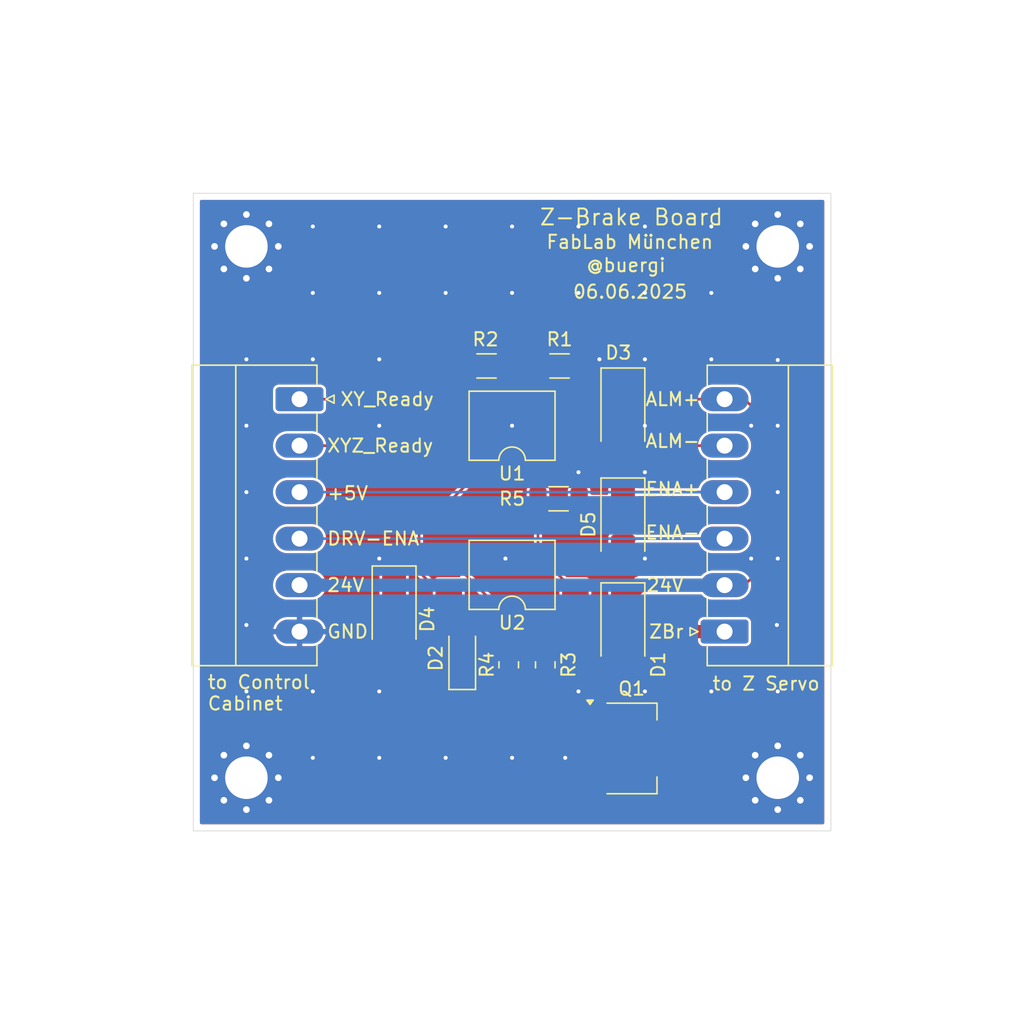
<source format=kicad_pcb>
(kicad_pcb (version 20241229) (generator "pcbnew") (generator_version "9.0")
  (layers (0 "F.Cu" signal) (2 "B.Cu" signal) (13 "F.Paste" user) (15 "B.Paste" user) (5 "F.SilkS" user "F.Silkscreen") (7 "B.SilkS" user "B.Silkscreen") (1 "F.Mask" user) (3 "B.Mask" user) (25 "Edge.Cuts" user))
  (net 0 "")
  (net 1 "GND")
  (net 2 "/~{ZBrake}")
  (net 3 "/+5V")
  (net 4 "/ALM-")
  (net 5 "+24V")
  (net 6 "/XY_READY")
  (net 7 "Net-(R1-Pad2)")
  (net 8 "/XYZ_READY")
  (net 9 "Net-(R3-Pad2)")
  (net 10 "Net-(R5-Pad2)")
  (net 11 "/DRV-ENA-5V")
  (net 12 "Net-(R1-Pad1)")
  (net 13 "Net-(D2-K)")
  (footprint "Diode_SMD:D_SOD-123" (layer "F.Cu") (at 76.25 67.5 90)
    (property "Reference" "D2" (at 0 -2 90) (layer "F.SilkS"))
    (property "Value" "12V")
    (fp_line (start -2.36 -1) (end 1.65 -1) (stroke (width 0.12)) (layer "F.SilkS"))
    (fp_line (start -2.36 -1) (end -2.36 1) (stroke (width 0.12)) (layer "F.SilkS"))
    (fp_line (start -2.36 1) (end 1.65 1) (stroke (width 0.12)) (layer "F.SilkS"))
    (pad "1" smd roundrect (at -1.65 0 90) (size 0.9 1.2) (layers "F.Cu" "F.Mask" "F.Paste") (net 13 "Net-(D2-K)"))
    (pad "2" smd roundrect (at 1.65 0 90) (size 0.9 1.2) (layers "F.Cu" "F.Mask" "F.Paste") (net 1 "GND"))
  )
  (footprint "Package_DIP:SMDIP-4_W9.53mm" (layer "F.Cu") (at 80 61.23 180)
    (property "Reference" "U2" (at 0 -3.6 0) (layer "F.SilkS"))
    (property "Value" "LTV-817S")
    (fp_line (start 3.235 2.6) (end 3.235 -2.6) (stroke (width 0.12)) (layer "F.SilkS"))
    (fp_line (start 3.235 -2.6) (end 1 -2.6) (stroke (width 0.12)) (layer "F.SilkS"))
    (fp_line (start -1 -2.6) (end -3.235 -2.6) (stroke (width 0.12)) (layer "F.SilkS"))
    (fp_line (start -3.235 2.6) (end 3.235 2.6) (stroke (width 0.12)) (layer "F.SilkS"))
    (fp_line (start -3.235 -2.6) (end -3.235 2.6) (stroke (width 0.12)) (layer "F.SilkS"))
    (fp_arc (start 1 -2.6) (mid 0 -1.6) (end -1 -2.6) (stroke (width 0.12)) (layer "F.SilkS"))
    (pad "1" smd roundrect (at -4.765 -1.27 180) (size 2 1.78) (layers "F.Cu" "F.Mask" "F.Paste") (roundrect_rratio 0.140449) (net 10 "Net-(R5-Pad2)"))
    (pad "2" smd roundrect (at -4.765 1.27 180) (size 2 1.78) (layers "F.Cu" "F.Mask" "F.Paste") (roundrect_rratio 0.140449) (net 11 "/DRV-ENA-5V"))
    (pad "3" smd roundrect (at 4.765 1.27 180) (size 2 1.78) (layers "F.Cu" "F.Mask" "F.Paste") (roundrect_rratio 0.140449) (net 9 "Net-(R3-Pad2)"))
    (pad "4" smd roundrect (at 4.765 -1.27 180) (size 2 1.78) (layers "F.Cu" "F.Mask" "F.Paste") (roundrect_rratio 0.140449) (net 4 "/ALM-"))
  )
  (footprint "MountingHole:MountingHole_3.2mm_M3_Pad_Via" (layer "F.Cu") (at 60 36.5)
    (property "Reference" "H1" (hide yes))
    (property "Value" "MountingHole_Pad" (hide yes))
    (pad "1" thru_hole circle (at -2.4 0) (size 0.8 0.8) (drill 0.5) (layers "*.Cu" "*.Mask") (net 1 "GND"))
    (pad "1" thru_hole circle (at -1.697056 -1.697056) (size 0.8 0.8) (drill 0.5) (layers "*.Cu" "*.Mask") (net 1 "GND"))
    (pad "1" thru_hole circle (at -1.697056 1.697056) (size 0.8 0.8) (drill 0.5) (layers "*.Cu" "*.Mask") (net 1 "GND"))
    (pad "1" thru_hole circle (at 0 -2.4) (size 0.8 0.8) (drill 0.5) (layers "*.Cu" "*.Mask") (net 1 "GND"))
    (pad "1" thru_hole circle (at 0 0) (size 6.4 6.4) (drill 3.2) (layers "*.Cu" "*.Mask") (net 1 "GND"))
    (pad "1" thru_hole circle (at 0 2.4) (size 0.8 0.8) (drill 0.5) (layers "*.Cu" "*.Mask") (net 1 "GND"))
    (pad "1" thru_hole circle (at 1.697056 -1.697056) (size 0.8 0.8) (drill 0.5) (layers "*.Cu" "*.Mask") (net 1 "GND"))
    (pad "1" thru_hole circle (at 1.697056 1.697056) (size 0.8 0.8) (drill 0.5) (layers "*.Cu" "*.Mask") (net 1 "GND"))
    (pad "1" thru_hole circle (at 2.4 0) (size 0.8 0.8) (drill 0.5) (layers "*.Cu" "*.Mask") (net 1 "GND"))
  )
  (footprint "MountingHole:MountingHole_3.2mm_M3_Pad_Via" (layer "F.Cu") (at 100 76.5)
    (property "Reference" "H4" (hide yes))
    (property "Value" "MountingHole_Pad" (hide yes))
    (pad "1" thru_hole circle (at -2.4 0) (size 0.8 0.8) (drill 0.5) (layers "*.Cu" "*.Mask") (net 1 "GND"))
    (pad "1" thru_hole circle (at -1.697056 -1.697056) (size 0.8 0.8) (drill 0.5) (layers "*.Cu" "*.Mask") (net 1 "GND"))
    (pad "1" thru_hole circle (at -1.697056 1.697056) (size 0.8 0.8) (drill 0.5) (layers "*.Cu" "*.Mask") (net 1 "GND"))
    (pad "1" thru_hole circle (at 0 -2.4) (size 0.8 0.8) (drill 0.5) (layers "*.Cu" "*.Mask") (net 1 "GND"))
    (pad "1" thru_hole circle (at 0 0) (size 6.4 6.4) (drill 3.2) (layers "*.Cu" "*.Mask") (net 1 "GND"))
    (pad "1" thru_hole circle (at 0 2.4) (size 0.8 0.8) (drill 0.5) (layers "*.Cu" "*.Mask") (net 1 "GND"))
    (pad "1" thru_hole circle (at 1.697056 -1.697056) (size 0.8 0.8) (drill 0.5) (layers "*.Cu" "*.Mask") (net 1 "GND"))
    (pad "1" thru_hole circle (at 1.697056 1.697056) (size 0.8 0.8) (drill 0.5) (layers "*.Cu" "*.Mask") (net 1 "GND"))
    (pad "1" thru_hole circle (at 2.4 0) (size 0.8 0.8) (drill 0.5) (layers "*.Cu" "*.Mask") (net 1 "GND"))
  )
  (footprint "Resistor_SMD:R_1206_3216Metric_Pad1.30x1.75mm_HandSolder" (layer "F.Cu") (at 78.075 45.5 180)
    (property "Reference" "R2" (at 0.075 2 0) (layer "F.SilkS"))
    (property "Value" "1k")
    (fp_line (start -0.727064 0.91) (end 0.727064 0.91) (stroke (width 0.12)) (layer "F.SilkS"))
    (fp_line (start -0.727064 -0.91) (end 0.727064 -0.91) (stroke (width 0.12)) (layer "F.SilkS"))
    (pad "1" smd roundrect (at -1.55 0 180) (size 1.3 1.75) (layers "F.Cu" "F.Mask" "F.Paste") (roundrect_rratio 0.192308) (net 7 "Net-(R1-Pad2)"))
    (pad "2" smd roundrect (at 1.55 0 180) (size 1.3 1.75) (layers "F.Cu" "F.Mask" "F.Paste") (roundrect_rratio 0.192308) (net 1 "GND"))
  )
  (footprint "MountingHole:MountingHole_3.2mm_M3_Pad_Via" (layer "F.Cu") (at 100 36.5)
    (property "Reference" "H2" (hide yes))
    (property "Value" "MountingHole_Pad" (hide yes))
    (pad "1" thru_hole circle (at -2.4 0) (size 0.8 0.8) (drill 0.5) (layers "*.Cu" "*.Mask") (net 1 "GND"))
    (pad "1" thru_hole circle (at -1.697056 -1.697056) (size 0.8 0.8) (drill 0.5) (layers "*.Cu" "*.Mask") (net 1 "GND"))
    (pad "1" thru_hole circle (at -1.697056 1.697056) (size 0.8 0.8) (drill 0.5) (layers "*.Cu" "*.Mask") (net 1 "GND"))
    (pad "1" thru_hole circle (at 0 -2.4) (size 0.8 0.8) (drill 0.5) (layers "*.Cu" "*.Mask") (net 1 "GND"))
    (pad "1" thru_hole circle (at 0 0) (size 6.4 6.4) (drill 3.2) (layers "*.Cu" "*.Mask") (net 1 "GND"))
    (pad "1" thru_hole circle (at 0 2.4) (size 0.8 0.8) (drill 0.5) (layers "*.Cu" "*.Mask") (net 1 "GND"))
    (pad "1" thru_hole circle (at 1.697056 -1.697056) (size 0.8 0.8) (drill 0.5) (layers "*.Cu" "*.Mask") (net 1 "GND"))
    (pad "1" thru_hole circle (at 1.697056 1.697056) (size 0.8 0.8) (drill 0.5) (layers "*.Cu" "*.Mask") (net 1 "GND"))
    (pad "1" thru_hole circle (at 2.4 0) (size 0.8 0.8) (drill 0.5) (layers "*.Cu" "*.Mask") (net 1 "GND"))
  )
  (footprint "Connector_Phoenix_MC:PhoenixContact_MC_1,5_6-G-3.5_1x06_P3.50mm_Horizontal" (layer "F.Cu") (at 64 48 -90)
    (property "Reference" "J1" (hide yes))
    (property "Value" "Phoenix_MC_1,5_6-G-3.5" (hide yes))
    (fp_line (start -2.56 8.11) (end 20.06 8.11) (stroke (width 0.12)) (layer "F.SilkS"))
    (fp_line (start 20.06 8.11) (end 20.06 -1.31) (stroke (width 0.12)) (layer "F.SilkS"))
    (fp_line (start -2.56 4.8) (end 20.06 4.8) (stroke (width 0.12)) (layer "F.SilkS"))
    (fp_line (start -2.56 -1.31) (end -2.56 8.11) (stroke (width 0.12)) (layer "F.SilkS"))
    (fp_line (start -2.56 -1.31) (end -1.05 -1.31) (stroke (width 0.12)) (layer "F.SilkS"))
    (fp_line (start 1.05 -1.31) (end 2.45 -1.31) (stroke (width 0.12)) (layer "F.SilkS"))
    (fp_line (start 4.55 -1.31) (end 5.95 -1.31) (stroke (width 0.12)) (layer "F.SilkS"))
    (fp_line (start 8.05 -1.31) (end 9.45 -1.31) (stroke (width 0.12)) (layer "F.SilkS"))
    (fp_line (start 11.55 -1.31) (end 12.95 -1.31) (stroke (width 0.12)) (layer "F.SilkS"))
    (fp_line (start 15.05 -1.31) (end 16.45 -1.31) (stroke (width 0.12)) (layer "F.SilkS"))
    (fp_line (start 20.06 -1.31) (end 18.55 -1.31) (stroke (width 0.12)) (layer "F.SilkS"))
    (fp_line (start 0 -2) (end -0.3 -2.6) (stroke (width 0.12)) (layer "F.SilkS"))
    (fp_line (start -0.3 -2.6) (end 0.3 -2.6) (stroke (width 0.12)) (layer "F.SilkS"))
    (fp_line (start 0.3 -2.6) (end 0 -2) (stroke (width 0.12)) (layer "F.SilkS"))
    (pad "1" thru_hole roundrect (at 0 0 270) (size 1.8 3.6) (drill 1.2) (layers "*.Cu" "*.Mask") (roundrect_rratio 0.138889) (net 6 "/XY_READY"))
    (pad "2" thru_hole oval (at 3.5 0 270) (size 1.8 3.6) (drill 1.2) (layers "*.Cu" "*.Mask") (net 8 "/XYZ_READY"))
    (pad "3" thru_hole oval (at 7 0 270) (size 1.8 3.6) (drill 1.2) (layers "*.Cu" "*.Mask") (net 3 "/+5V"))
    (pad "4" thru_hole oval (at 10.5 0 270) (size 1.8 3.6) (drill 1.2) (layers "*.Cu" "*.Mask") (net 11 "/DRV-ENA-5V"))
    (pad "5" thru_hole oval (at 14 0 270) (size 1.8 3.6) (drill 1.2) (layers "*.Cu" "*.Mask") (net 5 "+24V"))
    (pad "6" thru_hole oval (at 17.5 0 270) (size 1.8 3.6) (drill 1.2) (layers "*.Cu" "*.Mask") (net 1 "GND"))
  )
  (footprint "Package_TO_SOT_SMD:SOT-223-3_TabPin2" (layer "F.Cu") (at 89 74.295)
    (property "Reference" "Q1" (at 0 -4.5 0) (layer "F.SilkS"))
    (property "Value" "IRFL024NPBF")
    (fp_line (start -1.85 -3.41) (end 1.91 -3.41) (stroke (width 0.12)) (layer "F.SilkS"))
    (fp_line (start -1.85 3.41) (end 1.91 3.41) (stroke (width 0.12)) (layer "F.SilkS"))
    (fp_line (start 1.91 -3.41) (end 1.91 -2.15) (stroke (width 0.12)) (layer "F.SilkS"))
    (fp_line (start 1.91 3.41) (end 1.91 2.15) (stroke (width 0.12)) (layer "F.SilkS"))
    (fp_poly (pts (xy -3.13 -3.31) (xy -3.37 -3.64) (xy -2.89 -3.64) (xy -3.13 -3.31)) (stroke (width 0.12)) (fill yes) (layer "F.SilkS"))
    (pad "1" smd roundrect (at -3.15 -2.3) (size 2 1.5) (layers "F.Cu" "F.Mask" "F.Paste") (net 13 "Net-(D2-K)"))
    (pad "2" smd roundrect (at -3.15 0) (size 2 1.5) (layers "F.Cu" "F.Mask" "F.Paste") (net 2 "/~{ZBrake}"))
    (pad "2" smd roundrect (at 3.15 0) (size 2 3.8) (layers "F.Cu" "F.Mask" "F.Paste") (net 2 "/~{ZBrake}"))
    (pad "3" smd roundrect (at -3.15 2.3) (size 2 1.5) (layers "F.Cu" "F.Mask" "F.Paste") (net 1 "GND"))
  )
  (footprint "Diode_SMD:D_SMA" (layer "F.Cu") (at 71.12 64.07 -90)
    (property "Reference" "D4" (at 0.5 -2.5 90) (layer "F.SilkS"))
    (property "Value" "SMAJ24A")
    (fp_line (start -3.51 1.65) (end 2 1.65) (stroke (width 0.12)) (layer "F.SilkS"))
    (fp_line (start -3.51 -1.65) (end -3.51 1.65) (stroke (width 0.12)) (layer "F.SilkS"))
    (fp_line (start -3.51 -1.65) (end 2 -1.65) (stroke (width 0.12)) (layer "F.SilkS"))
    (pad "1" smd roundrect (at -2 0 270) (size 2.5 1.8) (layers "F.Cu" "F.Mask" "F.Paste") (roundrect_rratio 0.1388888889) (net 5 "+24V"))
    (pad "2" smd roundrect (at 2 0 270) (size 2.5 1.8) (layers "F.Cu" "F.Mask" "F.Paste") (roundrect_rratio 0.1388888889) (net 1 "GND"))
  )
  (footprint "MountingHole:MountingHole_3.2mm_M3_Pad_Via" (layer "F.Cu") (at 60 76.5)
    (property "Reference" "H3" (hide yes))
    (property "Value" "MountingHole_Pad" (hide yes))
    (pad "1" thru_hole circle (at -2.4 0) (size 0.8 0.8) (drill 0.5) (layers "*.Cu" "*.Mask") (net 1 "GND"))
    (pad "1" thru_hole circle (at -1.697056 -1.697056) (size 0.8 0.8) (drill 0.5) (layers "*.Cu" "*.Mask") (net 1 "GND"))
    (pad "1" thru_hole circle (at -1.697056 1.697056) (size 0.8 0.8) (drill 0.5) (layers "*.Cu" "*.Mask") (net 1 "GND"))
    (pad "1" thru_hole circle (at 0 -2.4) (size 0.8 0.8) (drill 0.5) (layers "*.Cu" "*.Mask") (net 1 "GND"))
    (pad "1" thru_hole circle (at 0 0) (size 6.4 6.4) (drill 3.2) (layers "*.Cu" "*.Mask") (net 1 "GND"))
    (pad "1" thru_hole circle (at 0 2.4) (size 0.8 0.8) (drill 0.5) (layers "*.Cu" "*.Mask") (net 1 "GND"))
    (pad "1" thru_hole circle (at 1.697056 -1.697056) (size 0.8 0.8) (drill 0.5) (layers "*.Cu" "*.Mask") (net 1 "GND"))
    (pad "1" thru_hole circle (at 1.697056 1.697056) (size 0.8 0.8) (drill 0.5) (layers "*.Cu" "*.Mask") (net 1 "GND"))
    (pad "1" thru_hole circle (at 2.4 0) (size 0.8 0.8) (drill 0.5) (layers "*.Cu" "*.Mask") (net 1 "GND"))
  )
  (footprint "Package_DIP:SMDIP-4_W9.53mm" (layer "F.Cu") (at 80 50 180)
    (property "Reference" "U1" (at 0 -3.6 0) (layer "F.SilkS"))
    (property "Value" "LTV-817S")
    (fp_line (start 3.235 2.6) (end 3.235 -2.6) (stroke (width 0.12)) (layer "F.SilkS"))
    (fp_line (start 3.235 -2.6) (end 1 -2.6) (stroke (width 0.12)) (layer "F.SilkS"))
    (fp_line (start -1 -2.6) (end -3.235 -2.6) (stroke (width 0.12)) (layer "F.SilkS"))
    (fp_line (start -3.235 2.6) (end 3.235 2.6) (stroke (width 0.12)) (layer "F.SilkS"))
    (fp_line (start -3.235 -2.6) (end -3.235 2.6) (stroke (width 0.12)) (layer "F.SilkS"))
    (fp_arc (start 1 -2.6) (mid 0 -1.6) (end -1 -2.6) (stroke (width 0.12)) (layer "F.SilkS"))
    (pad "1" smd roundrect (at -4.765 -1.27 180) (size 2 1.78) (layers "F.Cu" "F.Mask" "F.Paste") (roundrect_rratio 0.140449) (net 4 "/ALM-"))
    (pad "2" smd roundrect (at -4.765 1.27 180) (size 2 1.78) (layers "F.Cu" "F.Mask" "F.Paste") (roundrect_rratio 0.140449) (net 12 "Net-(R1-Pad1)"))
    (pad "3" smd roundrect (at 4.765 1.27 180) (size 2 1.78) (layers "F.Cu" "F.Mask" "F.Paste") (roundrect_rratio 0.140449) (net 8 "/XYZ_READY"))
    (pad "4" smd roundrect (at 4.765 -1.27 180) (size 2 1.78) (layers "F.Cu" "F.Mask" "F.Paste") (roundrect_rratio 0.140449) (net 6 "/XY_READY"))
  )
  (footprint "Diode_SMD:D_SMA" (layer "F.Cu") (at 88.345 65.34 -90)
    (property "Reference" "D1" (at 2.66 -2.655 90) (layer "F.SilkS"))
    (property "Value" "US1M" (hide yes))
    (fp_line (start -3.51 1.65) (end 2 1.65) (stroke (width 0.12)) (layer "F.SilkS"))
    (fp_line (start -3.51 -1.65) (end -3.51 1.65) (stroke (width 0.12)) (layer "F.SilkS"))
    (fp_line (start -3.51 -1.65) (end 2 -1.65) (stroke (width 0.12)) (layer "F.SilkS"))
    (pad "1" smd roundrect (at -2 0 270) (size 2.5 1.8) (layers "F.Cu" "F.Mask" "F.Paste") (roundrect_rratio 0.1388888889) (net 5 "+24V"))
    (pad "2" smd roundrect (at 2 0 270) (size 2.5 1.8) (layers "F.Cu" "F.Mask" "F.Paste") (roundrect_rratio 0.1388888889) (net 2 "/~{ZBrake}"))
  )
  (footprint "Diode_SMD:D_SMA" (layer "F.Cu") (at 88.345 49.165 -90)
    (property "Reference" "D3" (at -4.665 0.345 180) (layer "F.SilkS"))
    (property "Value" "SMAJ24A" (hide yes))
    (fp_line (start -3.51 1.65) (end 2 1.65) (stroke (width 0.12)) (layer "F.SilkS"))
    (fp_line (start -3.51 -1.65) (end -3.51 1.65) (stroke (width 0.12)) (layer "F.SilkS"))
    (fp_line (start -3.51 -1.65) (end 2 -1.65) (stroke (width 0.12)) (layer "F.SilkS"))
    (pad "1" smd roundrect (at -2 0 270) (size 2.5 1.8) (layers "F.Cu" "F.Mask" "F.Paste") (roundrect_rratio 0.1388888889) (net 5 "+24V"))
    (pad "2" smd roundrect (at 2 0 270) (size 2.5 1.8) (layers "F.Cu" "F.Mask" "F.Paste") (roundrect_rratio 0.1388888889) (net 4 "/ALM-"))
  )
  (footprint "Diode_SMD:D_SMA" (layer "F.Cu") (at 88.345 57.445 -90)
    (property "Reference" "D5" (at 0 2.6 90) (layer "F.SilkS"))
    (property "Value" "SMAJ5.0A" (hide yes))
    (fp_line (start -3.51 1.65) (end 2 1.65) (stroke (width 0.12)) (layer "F.SilkS"))
    (fp_line (start -3.51 -1.65) (end -3.51 1.65) (stroke (width 0.12)) (layer "F.SilkS"))
    (fp_line (start -3.51 -1.65) (end 2 -1.65) (stroke (width 0.12)) (layer "F.SilkS"))
    (pad "1" smd roundrect (at -2 0 270) (size 2.5 1.8) (layers "F.Cu" "F.Mask" "F.Paste") (roundrect_rratio 0.1388888889) (net 3 "/+5V"))
    (pad "2" smd roundrect (at 2 0 270) (size 2.5 1.8) (layers "F.Cu" "F.Mask" "F.Paste") (roundrect_rratio 0.1388888889) (net 11 "/DRV-ENA-5V"))
  )
  (footprint "Resistor_SMD:R_0805_2012Metric_Pad1.20x1.40mm_HandSolder" (layer "F.Cu") (at 82.5 68 90)
    (property "Reference" "R3" (at 0 1.75 90) (layer "F.SilkS"))
    (property "Value" "10k")
    (fp_line (start -0.227064 -0.735) (end 0.227064 -0.735) (stroke (width 0.12)) (layer "F.SilkS"))
    (fp_line (start -0.227064 0.735) (end 0.227064 0.735) (stroke (width 0.12)) (layer "F.SilkS"))
    (pad "1" smd roundrect (at -1 0 90) (size 1.2 1.4) (layers "F.Cu" "F.Mask" "F.Paste") (roundrect_rratio 0.208333) (net 13 "Net-(D2-K)"))
    (pad "2" smd roundrect (at 1 0 90) (size 1.2 1.4) (layers "F.Cu" "F.Mask" "F.Paste") (roundrect_rratio 0.208333) (net 9 "Net-(R3-Pad2)"))
  )
  (footprint "Resistor_SMD:R_1206_3216Metric_Pad1.30x1.75mm_HandSolder" (layer "F.Cu") (at 83.575 45.5 180)
    (property "Reference" "R1" (at 0 2 0) (layer "F.SilkS"))
    (property "Value" "1k")
    (fp_line (start -0.727064 0.91) (end 0.727064 0.91) (stroke (width 0.12)) (layer "F.SilkS"))
    (fp_line (start -0.727064 -0.91) (end 0.727064 -0.91) (stroke (width 0.12)) (layer "F.SilkS"))
    (pad "1" smd roundrect (at -1.55 0 180) (size 1.3 1.75) (layers "F.Cu" "F.Mask" "F.Paste") (roundrect_rratio 0.192308) (net 12 "Net-(R1-Pad1)"))
    (pad "2" smd roundrect (at 1.55 0 180) (size 1.3 1.75) (layers "F.Cu" "F.Mask" "F.Paste") (roundrect_rratio 0.192308) (net 7 "Net-(R1-Pad2)"))
  )
  (footprint "Resistor_SMD:R_1206_3216Metric_Pad1.30x1.75mm_HandSolder" (layer "F.Cu") (at 83.5 55.5 180)
    (property "Reference" "R5" (at 3.5 0 0) (layer "F.SilkS"))
    (property "Value" "2.2k")
    (fp_line (start -0.727064 0.91) (end 0.727064 0.91) (stroke (width 0.12)) (layer "F.SilkS"))
    (fp_line (start -0.727064 -0.91) (end 0.727064 -0.91) (stroke (width 0.12)) (layer "F.SilkS"))
    (pad "1" smd roundrect (at -1.55 0 180) (size 1.3 1.75) (layers "F.Cu" "F.Mask" "F.Paste") (roundrect_rratio 0.192308) (net 3 "/+5V"))
    (pad "2" smd roundrect (at 1.55 0 180) (size 1.3 1.75) (layers "F.Cu" "F.Mask" "F.Paste") (roundrect_rratio 0.192308) (net 10 "Net-(R5-Pad2)"))
  )
  (footprint "Resistor_SMD:R_0805_2012Metric_Pad1.20x1.40mm_HandSolder" (layer "F.Cu") (at 79.75 68 90)
    (property "Reference" "R4" (at 0 -1.65 90) (layer "F.SilkS"))
    (property "Value" "10k")
    (fp_line (start -0.227064 -0.735) (end 0.227064 -0.735) (stroke (width 0.12)) (layer "F.SilkS"))
    (fp_line (start -0.227064 0.735) (end 0.227064 0.735) (stroke (width 0.12)) (layer "F.SilkS"))
    (pad "1" smd roundrect (at -1 0 90) (size 1.2 1.4) (layers "F.Cu" "F.Mask" "F.Paste") (roundrect_rratio 0.208333) (net 13 "Net-(D2-K)"))
    (pad "2" smd roundrect (at 1 0 90) (size 1.2 1.4) (layers "F.Cu" "F.Mask" "F.Paste") (roundrect_rratio 0.208333) (net 1 "GND"))
  )
  (footprint "Connector_Phoenix_MC:PhoenixContact_MC_1,5_6-G-3.5_1x06_P3.50mm_Horizontal" (layer "F.Cu") (at 96 65.5 90)
    (property "Reference" "J2" (hide yes))
    (property "Value" "Phoenix_MC_1,5_6-G-3.5" (hide yes))
    (fp_line (start 0.3 -2.6) (end 0 -2) (stroke (width 0.12)) (layer "F.SilkS"))
    (fp_line (start -0.3 -2.6) (end 0.3 -2.6) (stroke (width 0.12)) (layer "F.SilkS"))
    (fp_line (start 0 -2) (end -0.3 -2.6) (stroke (width 0.12)) (layer "F.SilkS"))
    (fp_line (start 20.06 -1.31) (end 18.55 -1.31) (stroke (width 0.12)) (layer "F.SilkS"))
    (fp_line (start 15.05 -1.31) (end 16.45 -1.31) (stroke (width 0.12)) (layer "F.SilkS"))
    (fp_line (start 11.55 -1.31) (end 12.95 -1.31) (stroke (width 0.12)) (layer "F.SilkS"))
    (fp_line (start 8.05 -1.31) (end 9.45 -1.31) (stroke (width 0.12)) (layer "F.SilkS"))
    (fp_line (start 4.55 -1.31) (end 5.95 -1.31) (stroke (width 0.12)) (layer "F.SilkS"))
    (fp_line (start 1.05 -1.31) (end 2.45 -1.31) (stroke (width 0.12)) (layer "F.SilkS"))
    (fp_line (start -2.56 -1.31) (end -1.05 -1.31) (stroke (width 0.12)) (layer "F.SilkS"))
    (fp_line (start -2.56 -1.31) (end -2.56 8.11) (stroke (width 0.12)) (layer "F.SilkS"))
    (fp_line (start -2.56 4.8) (end 20.06 4.8) (stroke (width 0.12)) (layer "F.SilkS"))
    (fp_line (start 20.06 8.11) (end 20.06 -1.31) (stroke (width 0.12)) (layer "F.SilkS"))
    (fp_line (start -2.56 8.11) (end 20.06 8.11) (stroke (width 0.12)) (layer "F.SilkS"))
    (pad "1" thru_hole roundrect (at 0 0 90) (size 1.8 3.6) (drill 1.2) (layers "*.Cu" "*.Mask") (roundrect_rratio 0.138889) (net 2 "/~{ZBrake}"))
    (pad "2" thru_hole oval (at 3.5 0 90) (size 1.8 3.6) (drill 1.2) (layers "*.Cu" "*.Mask") (net 5 "+24V"))
    (pad "3" thru_hole oval (at 7 0 90) (size 1.8 3.6) (drill 1.2) (layers "*.Cu" "*.Mask") (net 11 "/DRV-ENA-5V"))
    (pad "4" thru_hole oval (at 10.5 0 90) (size 1.8 3.6) (drill 1.2) (layers "*.Cu" "*.Mask") (net 3 "/+5V"))
    (pad "5" thru_hole oval (at 14 0 90) (size 1.8 3.6) (drill 1.2) (layers "*.Cu" "*.Mask") (net 4 "/ALM-"))
    (pad "6" thru_hole oval (at 17.5 0 90) (size 1.8 3.6) (drill 1.2) (layers "*.Cu" "*.Mask") (net 5 "+24V"))
  )
  (gr_rect (start 56 32.5) (end 104 80.5) (stroke (width 0.05)) (fill no) (layer "Edge.Cuts"))
  (gr_text "XY_Ready" (at 67 48 0) (layer "F.SilkS") (effects (font (size 1 1)) (justify left)))
  (gr_text "GND" (at 66 65.5 0) (layer "F.SilkS") (effects (font (size 1 1)) (justify left)))
  (gr_text "to Control\nCabinet" (at 57 71.5 0) (layer "F.SilkS") (effects (font (size 1 1)) (justify left bottom)))
  (gr_text "ALM-" (at 94.207458 51.148866 0) (layer "F.SilkS") (effects (font (size 1 1)) (justify right)))
  (gr_text "24V" (at 93 62 0) (layer "F.SilkS") (effects (font (size 1 1)) (justify right)))
  (gr_text "ENA+" (at 94.207458 54.773866 0) (layer "F.SilkS") (effects (font (size 1 1)) (justify right)))
  (gr_text "DRV-ENA" (at 66 58.5 0) (layer "F.SilkS") (effects (font (size 1 1)) (justify left)))
  (gr_text "XYZ_Ready" (at 66 51.5 0) (layer "F.SilkS") (effects (font (size 1 1)) (justify left)))
  (gr_text "06.06.2025" (at 84.5 40.5 0) (layer "F.SilkS") (effects (font (size 1 1)) (justify left bottom)))
  (gr_text "+5V" (at 66 55.085 0) (layer "F.SilkS") (effects (font (size 1 1)) (justify left)))
  (gr_text "ALM+" (at 94.207458 48 0) (layer "F.SilkS") (effects (font (size 1 1)) (justify right)))
  (gr_text "to Z Servo" (at 95 70 0) (layer "F.SilkS") (effects (font (size 1 1)) (justify left bottom)))
  (gr_text "FabLab München" (at 82.5 36.75 0) (layer "F.SilkS") (effects (font (size 1 1)) (justify left bottom)))
  (gr_text "Z-Brake Board" (at 82 35 0) (layer "F.SilkS") (effects (font (size 1.2 1.2)) (justify left bottom)))
  (gr_text "@buergi" (at 85.5 38.5 0) (layer "F.SilkS") (effects (font (size 1 1)) (justify left bottom)))
  (gr_text "ZBr" (at 93 65.5 0) (layer "F.SilkS") (effects (font (size 1 1)) (justify right)))
  (gr_text "ENA-" (at 94.207458 58.048866 0) (layer "F.SilkS") (effects (font (size 1 1)) (justify right)))
  (gr_text "24V" (at 66 62 0) (layer "F.SilkS") (effects (font (size 1 1)) (justify left)))
  (via (at 60 50) (size 0.6) (drill 0.3) (layers "F.Cu" "B.Cu") (net 1))
  (via (at 70 35) (size 0.6) (drill 0.3) (layers "F.Cu" "B.Cu") (net 1))
  (via (at 60 65) (size 0.6) (drill 0.3) (layers "F.Cu" "B.Cu") (net 1))
  (via (at 98 50) (size 0.6) (drill 0.3) (layers "F.Cu" "B.Cu") (net 1))
  (via (at 75 75) (size 0.6) (drill 0.3) (layers "F.Cu" "B.Cu") (net 1))
  (via (at 60 60) (size 0.6) (drill 0.3) (layers "F.Cu" "B.Cu") (net 1))
  (via (at 60 45) (size 0.6) (drill 0.3) (layers "F.Cu" "B.Cu") (net 1))
  (via (at 65 45) (size 0.6) (drill 0.3) (layers "F.Cu" "B.Cu") (net 1))
  (via (at 80 50) (size 0.6) (drill 0.3) (layers "F.Cu" "B.Cu") (net 1))
  (via (at 65 35) (size 0.6) (drill 0.3) (layers "F.Cu" "B.Cu") (net 1))
  (via (at 90 53.5) (size 0.6) (drill 0.3) (layers "F.Cu" "B.Cu") (net 1))
  (via (at 90 45) (size 0.6) (drill 0.3) (layers "F.Cu" "B.Cu") (net 1))
  (via (at 80 75) (size 0.6) (drill 0.3) (layers "F.Cu" "B.Cu") (net 1))
  (via (at 85 70) (size 0.6) (drill 0.3) (layers "F.Cu" "B.Cu") (net 1))
  (via (at 86.575 45) (size 0.6) (drill 0.3) (layers "F.Cu" "B.Cu") (net 1))
  (via (at 90 60) (size 0.6) (drill 0.3) (layers "F.Cu" "B.Cu") (net 1))
  (via (at 95 40) (size 0.6) (drill 0.3) (layers "F.Cu" "B.Cu") (net 1))
  (via (at 75 40) (size 0.6) (drill 0.3) (layers "F.Cu" "B.Cu") (net 1))
  (via (at 100 55) (size 0.6) (drill 0.3) (layers "F.Cu" "B.Cu") (net 1))
  (via (at 70 45) (size 0.6) (drill 0.3) (layers "F.Cu" "B.Cu") (net 1))
  (via (at 95 35) (size 0.6) (drill 0.3) (layers "F.Cu" "B.Cu") (net 1))
  (via (at 84 75) (size 0.6) (drill 0.3) (layers "F.Cu" "B.Cu") (net 1))
  (via (at 100 70) (size 0.6) (drill 0.3) (layers "F.Cu" "B.Cu") (net 1))
  (via (at 95 45) (size 0.6) (drill 0.3) (layers "F.Cu" "B.Cu") (net 1))
  (via (at 60 55) (size 0.6) (drill 0.3) (layers "F.Cu" "B.Cu") (net 1))
  (via (at 80 40) (size 0.6) (drill 0.3) (layers "F.Cu" "B.Cu") (net 1))
  (via (at 98 60) (size 0.6) (drill 0.3) (layers "F.Cu" "B.Cu") (net 1))
  (via (at 100 60) (size 0.6) (drill 0.3) (layers "F.Cu" "B.Cu") (net 1))
  (via (at 85 35) (size 0.6) (drill 0.3) (layers "F.Cu" "B.Cu") (net 1))
  (via (at 65 75) (size 0.6) (drill 0.3) (layers "F.Cu" "B.Cu") (net 1))
  (via (at 70 70) (size 0.6) (drill 0.3) (layers "F.Cu" "B.Cu") (net 1))
  (via (at 65 70) (size 0.6) (drill 0.3) (layers "F.Cu" "B.Cu") (net 1))
  (via (at 90 40) (size 0.6) (drill 0.3) (layers "F.Cu" "B.Cu") (net 1))
  (via (at 79.5 60) (size 0.6) (drill 0.3) (layers "F.Cu" "B.Cu") (net 1))
  (via (at 65 40) (size 0.6) (drill 0.3) (layers "F.Cu" "B.Cu") (net 1))
  (via (at 70 40) (size 0.6) (drill 0.3) (layers "F.Cu" "B.Cu") (net 1))
  (via (at 75 35) (size 0.6) (drill 0.3) (layers "F.Cu" "B.Cu") (net 1))
  (via (at 70 50) (size 0.6) (drill 0.3) (layers "F.Cu" "B.Cu") (net 1))
  (via (at 95 70) (size 0.6) (drill 0.3) (layers "F.Cu" "B.Cu") (net 1))
  (via (at 90 50) (size 0.6) (drill 0.3) (layers "F.Cu" "B.Cu") (net 1))
  (via (at 70 75) (size 0.6) (drill 0.3) (layers "F.Cu" "B.Cu") (net 1))
  (via (at 99.9325 65) (size 0.6) (drill 0.3) (layers "F.Cu" "B.Cu") (net 1))
  (via (at 85 40) (size 0.6) (drill 0.3) (layers "F.Cu" "B.Cu") (net 1))
  (via (at 90 70) (size 0.6) (drill 0.3) (layers "F.Cu" "B.Cu") (net 1))
  (via (at 90 35) (size 0.6) (drill 0.3) (layers "F.Cu" "B.Cu") (net 1))
  (via (at 100 45.05) (size 0.6) (drill 0.3) (layers "F.Cu" "B.Cu") (net 1))
  (via (at 85 53.5) (size 0.6) (drill 0.3) (layers "F.Cu" "B.Cu") (net 1))
  (via (at 70 60) (size 0.6) (drill 0.3) (layers "F.Cu" "B.Cu") (net 1))
  (via (at 80 35) (size 0.6) (drill 0.3) (layers "F.Cu" "B.Cu") (net 1))
  (via (at 100 50) (size 0.6) (drill 0.3) (layers "F.Cu" "B.Cu") (net 1))
  (via (at 60 70) (size 0.6) (drill 0.3) (layers "F.Cu" "B.Cu") (net 1))
  (segment (start 88.345 74.295) (end 85.85 74.295) (width 1) (layer "F.Cu") (net 2))
  (segment (start 88.29 67.395) (end 88.345 67.34) (width 1) (layer "F.Cu") (net 2))
  (segment (start 88.345 67.34) (end 88.345 74.295) (width 1) (layer "F.Cu") (net 2))
  (segment (start 90.185 65.5) (end 88.345 67.34) (width 1) (layer "F.Cu") (net 2))
  (segment (start 90.185 65.5) (end 96 65.5) (width 1) (layer "F.Cu") (net 2))
  (segment (start 88.345 74.295) (end 92.15 74.295) (width 1) (layer "F.Cu") (net 2))
  (segment (start 85.05 55.5) (end 88.29 55.5) (width 0.2) (layer "F.Cu") (net 3))
  (segment (start 88.345 55.445) (end 88.29 55.5) (width 0.2) (layer "F.Cu") (net 3))
  (segment (start 96 55) (end 88.79 55) (width 0.2) (layer "F.Cu") (net 3))
  (segment (start 64 55) (end 96 55) (width 0.2) (layer "B.Cu") (net 3))
  (segment (start 84.765 51.27) (end 84.97 51.27) (width 0.2) (layer "F.Cu") (net 4))
  (segment (start 74.5 62.5) (end 73 61) (width 0.2) (layer "F.Cu") (net 4))
  (segment (start 75.235 62.5) (end 74.5 62.5) (width 0.2) (layer "F.Cu") (net 4))
  (segment (start 88.68 51.5) (end 88.345 51.165) (width 0.2) (layer "F.Cu") (net 4))
  (segment (start 84.97 51.27) (end 85.075 51.165) (width 0.2) (layer "F.Cu") (net 4))
  (segment (start 79.73 51.27) (end 84.765 51.27) (width 0.2) (layer "F.Cu") (net 4))
  (segment (start 73 58) (end 79.73 51.27) (width 0.2) (layer "F.Cu") (net 4))
  (segment (start 73 61) (end 73 58) (width 0.2) (layer "F.Cu") (net 4))
  (segment (start 96 51.5) (end 88.68 51.5) (width 0.2) (layer "F.Cu") (net 4))
  (segment (start 85.075 51.165) (end 88.345 51.165) (width 0.2) (layer "F.Cu") (net 4))
  (segment (start 71.12 62.07) (end 64.07 62.07) (width 0.2) (layer "F.Cu") (net 5))
  (segment (start 97.5 48) (end 99 49.5) (width 0.2) (layer "F.Cu") (net 5))
  (segment (start 96 48) (end 97.5 48) (width 0.2) (layer "F.Cu") (net 5))
  (segment (start 64.07 62.07) (end 64 62) (width 0.2) (layer "F.Cu") (net 5))
  (segment (start 89.685 62) (end 88.345 63.34) (width 1) (layer "F.Cu") (net 5))
  (segment (start 97.5 62) (end 96 62) (width 0.2) (layer "F.Cu") (net 5))
  (segment (start 89.685 62) (end 96 62) (width 1) (layer "F.Cu") (net 5))
  (segment (start 89.18 48) (end 88.345 47.165) (width 0.2) (layer "F.Cu") (net 5))
  (segment (start 99 49.5) (end 99 60.5) (width 0.2) (layer "F.Cu") (net 5))
  (segment (start 70.485 62.07) (end 70.415 62) (width 0.2) (layer "F.Cu") (net 5))
  (segment (start 99 60.5) (end 97.5 62) (width 0.2) (layer "F.Cu") (net 5))
  (segment (start 71.12 62.07) (end 70.485 62.07) (width 0.2) (layer "F.Cu") (net 5))
  (segment (start 96 48) (end 89.18 48) (width 0.2) (layer "F.Cu") (net 5))
  (segment (start 64 62) (end 96 62) (width 1) (layer "B.Cu") (net 5))
  (segment (start 64 48) (end 70.5 48) (width 0.2) (layer "F.Cu") (net 6))
  (segment (start 70.5 48) (end 73.77 51.27) (width 0.2) (layer "F.Cu") (net 6))
  (segment (start 73.77 51.27) (end 75.235 51.27) (width 0.2) (layer "F.Cu") (net 6))
  (segment (start 82.025 45.5) (end 79.625 45.5) (width 0.2) (layer "F.Cu") (net 7))
  (segment (start 68.25 53) (end 76.575 53) (width 0.2) (layer "F.Cu") (net 8))
  (segment (start 64 51.5) (end 66.75 51.5) (width 0.2) (layer "F.Cu") (net 8))
  (segment (start 75.235 48.155) (end 75.235 48.73) (width 0.2) (layer "F.Cu") (net 8))
  (segment (start 76.805 48.73) (end 75.235 48.73) (width 0.2) (layer "F.Cu") (net 8))
  (segment (start 77.575 49.5) (end 76.805 48.73) (width 0.2) (layer "F.Cu") (net 8))
  (segment (start 77.575 52) (end 77.575 49.5) (width 0.2) (layer "F.Cu") (net 8))
  (segment (start 66.75 51.5) (end 68.25 53) (width 0.2) (layer "F.Cu") (net 8))
  (segment (start 76.575 53) (end 77.575 52) (width 0.2) (layer "F.Cu") (net 8))
  (segment (start 82.5 67) (end 82.275 67) (width 0.2) (layer "F.Cu") (net 9))
  (segment (start 82.275 67) (end 75.235 59.96) (width 0.2) (layer "F.Cu") (net 9))
  (segment (start 81.95 59.685) (end 81.95 55.5) (width 0.2) (layer "F.Cu") (net 10))
  (segment (start 84.765 62.5) (end 81.95 59.685) (width 0.2) (layer "F.Cu") (net 10))
  (segment (start 96 58.5) (end 89.29 58.5) (width 0.2) (layer "F.Cu") (net 11))
  (segment (start 85.28 59.445) (end 84.765 59.96) (width 0.2) (layer "F.Cu") (net 11))
  (segment (start 89.29 58.5) (end 88.345 59.445) (width 0.2) (layer "F.Cu") (net 11))
  (segment (start 88.345 59.445) (end 85.28 59.445) (width 0.2) (layer "F.Cu") (net 11))
  (segment (start 64 58.5) (end 96 58.5) (width 0.2) (layer "B.Cu") (net 11))
  (segment (start 84.765 48.73) (end 84.765 44.81) (width 0.2) (layer "F.Cu") (net 12))
  (segment (start 85.495 71.995) (end 82.5 69) (width 0.2) (layer "F.Cu") (net 13))
  (segment (start 82.5 69) (end 79.75 69) (width 0.2) (layer "F.Cu") (net 13))
  (segment (start 76.4 69) (end 76.25 69.15) (width 0.2) (layer "F.Cu") (net 13))
  (segment (start 85.85 71.995) (end 85.495 71.995) (width 0.2) (layer "F.Cu") (net 13))
  (segment (start 82.5 69) (end 76.4 69) (width 0.2) (layer "F.Cu") (net 13))
  (zone (net 1) (net_name "GND") (layers "F.Cu" "B.Cu") (connect_pads (clearance 0.2)) (min_thickness 0.2) (fill yes (thermal_gap 0.2) (thermal_bridge_width 0.4))
    (polygon (pts (xy 108.49 30) (xy 108.49 83.96) (xy 53.39 83.96) (xy 53.39 30)))
  )
)
</source>
